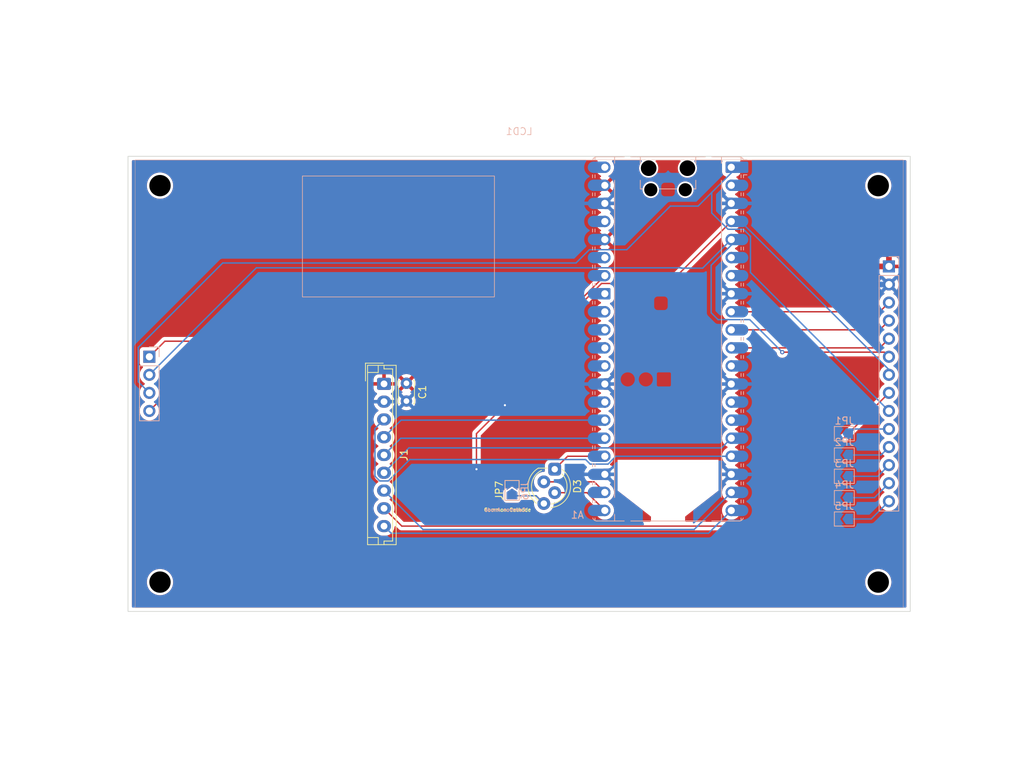
<source format=kicad_pcb>
(kicad_pcb (version 20241229) (generator "pcbnew") (generator_version "9.0")
  (layers (0 "F.Cu" signal) (2 "B.Cu" signal) (13 "F.Paste" user) (15 "B.Paste" user) (5 "F.SilkS" user "F.Silkscreen") (7 "B.SilkS" user "B.Silkscreen") (1 "F.Mask" user) (3 "B.Mask" user) (25 "Edge.Cuts" user))
  (net 0 "")
  (net 1 "SPI 1 SCK")
  (net 2 "SPI 1 SS SD")
  (net 4 "SPI 1 SS SCREEN")
  (net 6 "SPI 1 MISO")
  (net 7 "3V3")
  (net 9 "BUSY_B")
  (net 10 "SPI 0 SCK")
  (net 12 "GND")
  (net 13 "BUSY_A")
  (net 14 "SPI 0 nSS")
  (net 15 "SPI 0 MOSI")
  (net 16 "Net-(JP1-A)")
  (net 17 "Net-(JP2-A)")
  (net 18 "SPI 1 MOSI")
  (net 19 "SPI 0 MISO")
  (net 20 "DC")
  (net 21 "Backlight")
  (net 22 "nRESET")
  (net 23 "Net-(JP3-A)")
  (net 24 "Net-(JP4-A)")
  (net 25 "Net-(JP5-A)")
  (net 35 "Blue")
  (net 36 "Green")
  (net 37 "Net-(D3-A)")
  (net 38 "Red")
  (footprint "LED_THT:LED_D5.0mm-4_RGB_Staggered_Pins" (layer "F.Cu") (at 113 99 -90)
    (property "Reference" "D3" (at 2.413 -3.198 90) (layer "F.SilkS"))
    (property "Value" "LED_RGBA")
    (pad "1" thru_hole roundrect (at 0 0 270) (size 1.8 1.8) (drill 0.9) (layers "*.Cu" "*.Mask") (net 38 "Red"))
    (pad "2" thru_hole circle (at 1.778 1.524 270) (size 1.8 1.8) (drill 0.9) (layers "*.Cu" "*.Mask") (net 36 "Green"))
    (pad "3" thru_hole circle (at 3.302 0 270) (size 1.8 1.8) (drill 0.9) (layers "*.Cu" "*.Mask") (net 35 "Blue"))
    (pad "4" thru_hole circle (at 4.826 1.524 270) (size 1.8 1.8) (drill 0.9) (layers "*.Cu" "*.Mask") (net 37 "Net-(D3-A)"))
  )
  (footprint "Connector_JST:JST_EH_B9B-EH-A_1x09_P2.50mm_Vertical" (layer "F.Cu") (at 89 87 -90)
    (property "Reference" "J1" (at 10 -2.8 90) (layer "F.SilkS"))
    (property "Value" "JST EH 9pos")
    (pad "1" thru_hole roundrect (at 0 0 270) (size 1.7 1.95) (drill 0.95) (layers "*.Cu" "*.Mask") (roundrect_rratio 0.147059) (net 7 "3V3"))
    (pad "2" thru_hole oval (at 2.5 0 270) (size 1.7 1.95) (drill 0.95) (layers "*.Cu" "*.Mask") (net 12 "GND"))
    (pad "3" thru_hole oval (at 5 0 270) (size 1.7 1.95) (drill 0.95) (layers "*.Cu" "*.Mask") (net 14 "SPI 0 nSS"))
    (pad "4" thru_hole oval (at 7.5 0 270) (size 1.7 1.95) (drill 0.95) (layers "*.Cu" "*.Mask") (net 13 "BUSY_A"))
    (pad "5" thru_hole oval (at 10 0 270) (size 1.7 1.95) (drill 0.95) (layers "*.Cu" "*.Mask") (net 9 "BUSY_B"))
    (pad "6" thru_hole oval (at 12.5 0 270) (size 1.7 1.95) (drill 0.95) (layers "*.Cu" "*.Mask") (net 15 "SPI 0 MOSI"))
    (pad "7" thru_hole oval (at 15 0 270) (size 1.7 1.95) (drill 0.95) (layers "*.Cu" "*.Mask") (net 10 "SPI 0 SCK"))
    (pad "8" thru_hole oval (at 17.5 0 270) (size 1.7 1.95) (drill 0.95) (layers "*.Cu" "*.Mask") (net 21 "Backlight"))
    (pad "9" thru_hole oval (at 20 0 270) (size 1.7 1.95) (drill 0.95) (layers "*.Cu" "*.Mask") (net 19 "SPI 0 MISO"))
  )
  (footprint "Capacitor_THT:C_Disc_D3.0mm_W2.0mm_P2.50mm" (layer "F.Cu") (at 92.153439 86.915584 -90)
    (property "Reference" "C1" (at 1.25 -2.25 90) (layer "F.SilkS"))
    (property "Value" "10u")
    (pad "1" thru_hole circle (at 0 0 270) (size 1.6 1.6) (drill 0.8) (layers "*.Cu" "*.Mask") (net 7 "3V3"))
    (pad "2" thru_hole circle (at 2.5 0 270) (size 1.6 1.6) (drill 0.8) (layers "*.Cu" "*.Mask") (net 12 "GND"))
  )
  (footprint "Jumper:SolderJumper-2_P1.3mm_Open_TrianglePad1.0x1.5mm" (layer "F.Cu") (at 107 102 90)
    (property "Reference" "JP7" (at 0 -1.8 90) (layer "F.SilkS"))
    (property "Value" "SolderJumper_2_Open")
    (pad "1" smd custom (at -0.725 0 90) (size 0.3 0.3) (layers "F.Cu" "F.Mask") (net 37 "Net-(D3-A)") (options (clearance outline) (anchor rect)) (primitives (gr_poly (pts (xy 1 0) (xy 0.5 0.75) (xy -0.5 0.75) (xy -0.5 -0.75) (xy 0.5 -0.75)) (width 0) (fill yes))))
    (pad "2" smd custom (at 0.725 0 90) (size 0.3 0.3) (layers "F.Cu" "F.Mask") (net 7 "3V3") (options (clearance outline) (anchor rect)) (primitives (gr_poly (pts (xy 0.5 0.75) (xy -0.65 0.75) (xy -0.15 0) (xy -0.65 -0.75) (xy 0.5 -0.75)) (width 0) (fill yes))))
  )
  (footprint "Jumper:SolderJumper-2_P1.3mm_Open_TrianglePad1.0x1.5mm" (layer "B.Cu") (at 153.725 94 180)
    (property "Reference" "JP1" (at 0 1.8 180) (layer "B.SilkS") (effects (justify mirror)))
    (property "Value" "SolderJumper_2_Open")
    (pad "1" smd custom (at -0.725 0 180) (size 0.3 0.3) (layers "B.Cu" "B.Mask") (net 16 "Net-(JP1-A)") (options (clearance outline) (anchor rect)) (primitives (gr_poly (pts (xy 1 0) (xy 0.5 -0.75) (xy -0.5 -0.75) (xy -0.5 0.75) (xy 0.5 0.75)) (width 0) (fill yes))))
    (pad "2" smd custom (at 0.725 0 180) (size 0.3 0.3) (layers "B.Cu" "B.Mask") (net 12 "GND") (options (clearance outline) (anchor rect)) (primitives (gr_poly (pts (xy 0.5 -0.75) (xy -0.65 -0.75) (xy -0.15 0) (xy -0.65 0.75) (xy 0.5 0.75)) (width 0) (fill yes))))
  )
  (footprint "Module:RaspberryPi_Pico_Common_Unspecified" (layer "B.Cu") (at 128.938453 80.6708 180)
    (property "Reference" "A1" (at 11.7475 -24.765 0) (layer "B.SilkS") (effects (justify left mirror)))
    (property "Value" "RaspberryPi_Pico")
    (pad "" np_thru_hole circle (at -2.725 24 180) (size 2.2 2.2) (drill 2.2) (layers "*.Mask"))
    (pad "" np_thru_hole circle (at -2.425 20.97 180) (size 1.85 1.85) (drill 1.85) (layers "*.Mask"))
    (pad "" np_thru_hole circle (at 2.425 20.97 180) (size 1.85 1.85) (drill 1.85) (layers "*.Mask"))
    (pad "" np_thru_hole circle (at 2.725 24 180) (size 2.2 2.2) (drill 2.2) (layers "*.Mask"))
    (pad "1" smd custom (at -9.69 24.13 180) (size 1.6 0.8) (layers "B.Cu" "B.Mask") (net 6 "SPI 1 MISO") (options (clearance outline) (anchor rect)) (primitives (gr_circle (center 0.8 0) (end 1.6 0) (width 0) (fill yes)) (gr_poly (pts (xy -1.6 0.6) (xy -1.6 -0.6) (xy -1.4 -0.8) (xy 0.8 -0.8) (xy 0.8 0.8) (xy -1.4 0.8)) (width 0) (fill yes)) (gr_circle (center -1.4 0.6) (end -1.2 0.6) (width 0) (fill yes)) (gr_circle (center -1.4 -0.6) (end -1.2 -0.6) (width 0) (fill yes))))
    (pad "1" thru_hole roundrect (at -8.89 24.13 180) (size 1.6 1.6) (drill 1) (layers "*.Cu" "*.Mask") (roundrect_rratio 0.125) (net 6 "SPI 1 MISO"))
    (pad "2" smd roundrect (at -9.69 21.59 180) (size 3.2 1.6) (layers "B.Cu" "B.Mask") (roundrect_rratio 0.5))
    (pad "2" thru_hole circle (at -8.89 21.59 180) (size 1.6 1.6) (drill 1) (layers "*.Cu" "*.Mask"))
    (pad "3" smd custom (at -9.69 19.05 180) (size 1.6 0.8) (layers "B.Cu" "B.Mask") (net 12 "GND") (options (clearance outline) (anchor rect)) (primitives (gr_circle (center -0.8 0) (end 0 0) (width 0) (fill yes)) (gr_poly (pts (xy 1.6 0.6) (xy 1.6 -0.6) (xy 1.4 -0.8) (xy -0.8 -0.8) (xy -0.8 0.8) (xy 1.4 0.8)) (width 0) (fill yes)) (gr_circle (center 1.4 0.6) (end 1.6 0.6) (width 0) (fill yes)) (gr_circle (center 1.4 -0.6) (end 1.6 -0.6) (width 0) (fill yes))))
    (pad "3" thru_hole custom (at -8.89 19.05 180) (size 1.6 1.6) (drill 1) (layers "*.Cu" "*.Mask") (net 12 "GND") (options (clearance outline) (anchor circle)) (primitives (gr_poly (pts (xy 0.8 -0.6) (xy 0.8 0.6) (xy 0.6 0.8) (xy 0 0.8) (xy 0 -0.8) (xy 0.6 -0.8)) (width 0) (fill yes)) (gr_circle (center 0.6 -0.6) (end 0.8 -0.6) (width 0) (fill yes)) (gr_circle (center 0.6 0.6) (end 0.8 0.6) (width 0) (fill yes))))
    (pad "4" smd roundrect (at -9.69 16.51 180) (size 3.2 1.6) (layers "B.Cu" "B.Mask") (roundrect_rratio 0.5) (net 1 "SPI 1 SCK"))
    (pad "4" thru_hole circle (at -8.89 16.51 180) (size 1.6 1.6) (drill 1) (layers "*.Cu" "*.Mask") (net 1 "SPI 1 SCK"))
    (pad "5" smd roundrect (at -9.69 13.97 180) (size 3.2 1.6) (layers "B.Cu" "B.Mask") (roundrect_rratio 0.5) (net 18 "SPI 1 MOSI"))
    (pad "5" thru_hole circle (at -8.89 13.97 180) (size 1.6 1.6) (drill 1) (layers "*.Cu" "*.Mask") (net 18 "SPI 1 MOSI"))
    (pad "6" smd roundrect (at -9.69 11.43 180) (size 3.2 1.6) (layers "B.Cu" "B.Mask") (roundrect_rratio 0.5))
    (pad "6" thru_hole circle (at -8.89 11.43 180) (size 1.6 1.6) (drill 1) (layers "*.Cu" "*.Mask"))
    (pad "7" smd roundrect (at -9.69 8.89 180) (size 3.2 1.6) (layers "B.Cu" "B.Mask") (roundrect_rratio 0.5))
    (pad "7" thru_hole circle (at -8.89 8.89 180) (size 1.6 1.6) (drill 1) (layers "*.Cu" "*.Mask"))
    (pad "8" smd custom (at -9.69 6.35 180) (size 1.6 0.8) (layers "B.Cu" "B.Mask") (net 12 "GND") (options (clearance outline) (anchor rect)) (primitives (gr_circle (center -0.8 0) (end 0 0) (width 0) (fill yes)) (gr_poly (pts (xy 1.6 0.6) (xy 1.6 -0.6) (xy 1.4 -0.8) (xy -0.8 -0.8) (xy -0.8 0.8) (xy 1.4 0.8)) (width 0) (fill yes)) (gr_circle (center 1.4 0.6) (end 1.6 0.6) (width 0) (fill yes)) (gr_circle (center 1.4 -0.6) (end 1.6 -0.6) (width 0) (fill yes))))
    (pad "8" thru_hole custom (at -8.89 6.35 180) (size 1.6 1.6) (drill 1) (layers "*.Cu" "*.Mask") (net 12 "GND") (options (clearance outline) (anchor circle)) (primitives (gr_poly (pts (xy 0.8 -0.6) (xy 0.8 0.6) (xy 0.6 0.8) (xy 0 0.8) (xy 0 -0.8) (xy 0.6 -0.8)) (width 0) (fill yes)) (gr_circle (center 0.6 -0.6) (end 0.8 -0.6) (width 0) (fill yes)) (gr_circle (center 0.6 0.6) (end 0.8 0.6) (width 0) (fill yes))))
    (pad "9" smd roundrect (at -9.69 3.81 180) (size 3.2 1.6) (layers "B.Cu" "B.Mask") (roundrect_rratio 0.5) (net 4 "SPI 1 SS SCREEN"))
    (pad "9" thru_hole circle (at -8.89 3.81 180) (size 1.6 1.6) (drill 1) (layers "*.Cu" "*.Mask") (net 4 "SPI 1 SS SCREEN"))
    (pad "10" smd roundrect (at -9.69 1.27 180) (size 3.2 1.6) (layers "B.Cu" "B.Mask") (roundrect_rratio 0.5) (net 22 "nRESET"))
    (pad "10" thru_hole circle (at -8.89 1.27 180) (size 1.6 1.6) (drill 1) (layers "*.Cu" "*.Mask") (net 22 "nRESET"))
    (pad "11" smd roundrect (at -9.69 -1.27 180) (size 3.2 1.6) (layers "B.Cu" "B.Mask") (roundrect_rratio 0.5) (net 20 "DC"))
    (pad "11" thru_hole circle (at -8.89 -1.27 180) (size 1.6 1.6) (drill 1) (layers "*.Cu" "*.Mask") (net 20 "DC"))
    (pad "12" smd roundrect (at -9.69 -3.81 180) (size 3.2 1.6) (layers "B.Cu" "B.Mask") (roundrect_rratio 0.5))
    (pad "12" thru_hole circle (at -8.89 -3.81 180) (size 1.6 1.6) (drill 1) (layers "*.Cu" "*.Mask"))
    (pad "13" smd custom (at -9.69 -6.35 180) (size 1.6 0.8) (layers "B.Cu" "B.Mask") (net 12 "GND") (options (clearance outline) (anchor rect)) (primitives (gr_circle (center -0.8 0) (end 0 0) (width 0) (fill yes)) (gr_poly (pts (xy 1.6 0.6) (xy 1.6 -0.6) (xy 1.4 -0.8) (xy -0.8 -0.8) (xy -0.8 0.8) (xy 1.4 0.8)) (width 0) (fill yes)) (gr_circle (center 1.4 0.6) (end 1.6 0.6) (width 0) (fill yes)) (gr_circle (center 1.4 -0.6) (end 1.6 -0.6) (width 0) (fill yes))))
    (pad "13" thru_hole custom (at -8.89 -6.35 180) (size 1.6 1.6) (drill 1) (layers "*.Cu" "*.Mask") (net 12 "GND") (options (clearance outline) (anchor circle)) (primitives (gr_poly (pts (xy 0.8 -0.6) (xy 0.8 0.6) (xy 0.6 0.8) (xy 0 0.8) (xy 0 -0.8) (xy 0.6 -0.8)) (width 0) (fill yes)) (gr_circle (center 0.6 -0.6) (end 0.8 -0.6) (width 0) (fill yes)) (gr_circle (center 0.6 0.6) (end 0.8 0.6) (width 0) (fill yes))))
    (pad "14" smd roundrect (at -9.69 -8.89 180) (size 3.2 1.6) (layers "B.Cu" "B.Mask") (roundrect_rratio 0.5))
    (pad "14" thru_hole circle (at -8.89 -8.89 180) (size 1.6 1.6) (drill 1) (layers "*.Cu" "*.Mask"))
    (pad "15" smd roundrect (at -9.69 -11.43 180) (size 3.2 1.6) (layers "B.Cu" "B.Mask") (roundrect_rratio 0.5))
    (pad "15" thru_hole circle (at -8.89 -11.43 180) (size 1.6 1.6) (drill 1) (layers "*.Cu" "*.Mask"))
    (pad "16" smd roundrect (at -9.69 -13.97 180) (size 3.2 1.6) (layers "B.Cu" "B.Mask") (roundrect_rratio 0.5) (net 15 "SPI 0 MOSI"))
    (pad "16" thru_hole circle (at -8.89 -13.97 180) (size 1.6 1.6) (drill 1) (layers "*.Cu" "*.Mask") (net 15 "SPI 0 MOSI"))
    (pad "17" smd roundrect (at -9.69 -16.51 180) (size 3.2 1.6) (layers "B.Cu" "B.Mask") (roundrect_rratio 0.5) (net 14 "SPI 0 nSS"))
    (pad "17" thru_hole circle (at -8.89 -16.51 180) (size 1.6 1.6) (drill 1) (layers "*.Cu" "*.Mask") (net 14 "SPI 0 nSS"))
    (pad "18" smd custom (at -9.69 -19.05 180) (size 1.6 0.8) (layers "B.Cu" "B.Mask") (net 12 "GND") (options (clearance outline) (anchor rect)) (primitives (gr_circle (center -0.8 0) (end 0 0) (width 0) (fill yes)) (gr_poly (pts (xy 1.6 0.6) (xy 1.6 -0.6) (xy 1.4 -0.8) (xy -0.8 -0.8) (xy -0.8 0.8) (xy 1.4 0.8)) (width 0) (fill yes)) (gr_circle (center 1.4 0.6) (end 1.6 0.6) (width 0) (fill yes)) (gr_circle (center 1.4 -0.6) (end 1.6 -0.6) (width 0) (fill yes))))
    (pad "18" thru_hole custom (at -8.89 -19.05 180) (size 1.6 1.6) (drill 1) (layers "*.Cu" "*.Mask") (net 12 "GND") (options (clearance outline) (anchor circle)) (primitives (gr_poly (pts (xy 0.8 -0.6) (xy 0.8 0.6) (xy 0.6 0.8) (xy 0 0.8) (xy 0 -0.8) (xy 0.6 -0.8)) (width 0) (fill yes)) (gr_circle (center 0.6 -0.6) (end 0.8 -0.6) (width 0) (fill yes)) (gr_circle (center 0.6 0.6) (end 0.8 0.6) (width 0) (fill yes))))
    (pad "19" smd roundrect (at -9.69 -21.59 180) (size 3.2 1.6) (layers "B.Cu" "B.Mask") (roundrect_rratio 0.5) (net 10 "SPI 0 SCK"))
    (pad "19" thru_hole circle (at -8.89 -21.59 180) (size 1.6 1.6) (drill 1) (layers "*.Cu" "*.Mask") (net 10 "SPI 0 SCK"))
    (pad "20" smd roundrect (at -9.69 -24.13 180) (size 3.2 1.6) (layers "B.Cu" "B.Mask") (roundrect_rratio 0.5) (net 19 "SPI 0 MISO"))
    (pad "20" thru_hole circle (at -8.89 -24.13 180) (size 1.6 1.6) (drill 1) (layers "*.Cu" "*.Mask") (net 19 "SPI 0 MISO"))
    (pad "21" thru_hole circle (at 8.89 -24.13 180) (size 1.6 1.6) (drill 1) (layers "*.Cu" "*.Mask") (net 35 "Blue"))
    (pad "21" smd roundrect (at 9.69 -24.13 180) (size 3.2 1.6) (layers "B.Cu" "B.Mask") (roundrect_rratio 0.5) (net 35 "Blue"))
    (pad "22" thru_hole circle (at 8.89 -21.59 180) (size 1.6 1.6) (drill 1) (layers "*.Cu" "*.Mask") (net 36 "Green"))
    (pad "22" smd roundrect (at 9.69 -21.59 180) (size 3.2 1.6) (layers "B.Cu" "B.Mask") (roundrect_rratio 0.5) (net 36 "Green"))
    (pad "23" thru_hole custom (at 8.89 -19.05 180) (size 1.6 1.6) (drill 1) (layers "*.Cu" "*.Mask") (net 12 "GND") (options (clearance outline) (anchor circle)) (primitives (gr_poly (pts (xy -0.8 -0.6) (xy -0.8 0.6) (xy -0.6 0.8) (xy 0 0.8) (xy 0 -0.8) (xy -0.6 -0.8)) (width 0) (fill yes)) (gr_circle (center -0.6 -0.6) (end -0.4 -0.6) (width 0) (fill yes)) (gr_circle (center -0.6 0.6) (end -0.4 0.6) (width 0) (fill yes))))
    (pad "23" smd custom (at 9.69 -19.05 180) (size 1.6 0.8) (layers "B.Cu" "B.Mask") (net 12 "GND") (options (clearance outline) (anchor rect)) (primitives (gr_circle (center 0.8 0) (end 1.6 0) (width 0) (fill yes)) (gr_poly (pts (xy -1.6 0.6) (xy -1.6 -0.6) (xy -1.4 -0.8) (xy 0.8 -0.8) (xy 0.8 0.8) (xy -1.4 0.8)) (width 0) (fill yes)) (gr_circle (center -1.4 0.6) (end -1.2 0.6) (width 0) (fill yes)) (gr_circle (center -1.4 -0.6) (end -1.2 -0.6) (width 0) (fill yes))))
    (pad "24" thru_hole circle (at 8.89 -16.51 180) (size 1.6 1.6) (drill 1) (layers "*.Cu" "*.Mask") (net 38 "Red"))
    (pad "24" smd roundrect (at 9.69 -16.51 180) (size 3.2 1.6) (layers "B.Cu" "B.Mask") (roundrect_rratio 0.5) (net 38 "Red"))
    (pad "25" thru_hole circle (at 8.89 -13.97 180) (size 1.6 1.6) (drill 1) (layers "*.Cu" "*.Mask") (net 9 "BUSY_B"))
    (pad "25" smd roundrect (at 9.69 -13.97 180) (size 3.2 1.6) (layers "B.Cu" "B.Mask") (roundrect_rratio 0.5) (net 9 "BUSY_B"))
    (pad "26" thru_hole circle (at 8.89 -11.43 180) (size 1.6 1.6) (drill 1) (layers "*.Cu" "*.Mask") (net 13 "BUSY_A"))
    (pad "26" smd roundrect (at 9.69 -11.43 180) (size 3.2 1.6) (layers "B.Cu" "B.Mask") (roundrect_rratio 0.5) (net 13 "BUSY_A"))
    (pad "27" thru_hole circle (at 8.89 -8.89 180) (size 1.6 1.6) (drill 1) (layers "*.Cu" "*.Mask"))
    (pad "27" smd roundrect (at 9.69 -8.89 180) (size 3.2 1.6) (layers "B.Cu" "B.Mask") (roundrect_rratio 0.5))
    (pad "28" thru_hole custom (at 8.89 -6.35 180) (size 1.6 1.6) (drill 1) (layers "*.Cu" "*.Mask") (net 12 "GND") (options (clearance outline) (anchor circle)) (primitives (gr_poly (pts (xy -0.8 -0.6) (xy -0.8 0.6) (xy -0.6 0.8) (xy 0 0.8) (xy 0 -0.8) (xy -0.6 -0.8)) (width 0) (fill yes)) (gr_circle (center -0.6 -0.6) (end -0.4 -0.6) (width 0) (fill yes)) (gr_circle (center -0.6 0.6) (end -0.4 0.6) (width 0) (fill yes))))
    (pad "28" smd custom (at 9.69 -6.35 180) (size 1.6 0.8) (layers "B.Cu" "B.Mask") (net 12 "GND") (options (clearance outline) (anchor rect)) (primitives (gr_circle (center 0.8 0) (end 1.6 0) (width 0) (fill yes)) (gr_poly (pts (xy -1.6 0.6) (xy -1.6 -0.6) (xy -1.4 -0.8) (xy 0.8 -0.8) (xy 0.8 0.8) (xy -1.4 0.8)) (width 0) (fill yes)) (gr_circle (center -1.4 0.6) (end -1.2 0.6) (width 0) (fill yes)) (gr_circle (center -1.4 -0.6) (end -1.2 -0.6) (width 0) (fill yes))))
    (pad "29" thru_hole circle (at 8.89 -3.81 180) (size 1.6 1.6) (drill 1) (layers "*.Cu" "*.Mask"))
    (pad "29" smd roundrect (at 9.69 -3.81 180) (size 3.2 1.6) (layers "B.Cu" "B.Mask") (roundrect_rratio 0.5))
    (pad "30" thru_hole circle (at 8.89 -1.27 180) (size 1.6 1.6) (drill 1) (layers "*.Cu" "*.Mask"))
    (pad "30" smd roundrect (at 9.69 -1.27 180) (size 3.2 1.6) (layers "B.Cu" "B.Mask") (roundrect_rratio 0.5))
    (pad "31" thru_hole circle (at 8.89 1.27 180) (size 1.6 1.6) (drill 1) (layers "*.Cu" "*.Mask"))
    (pad "31" smd roundrect (at 9.69 1.27 180) (size 3.2 1.6) (layers "B.Cu" "B.Mask") (roundrect_rratio 0.5))
    (pad "32" thru_hole circle (at 8.89 3.81 180) (size 1.6 1.6) (drill 1) (layers "*.Cu" "*.Mask"))
    (pad "32" smd roundrect (at 9.69 3.81 180) (size 3.2 1.6) (layers "B.Cu" "B.Mask") (roundrect_rratio 0.5))
    (pad "33" thru_hole custom (at 8.89 6.35 180) (size 1.6 1.6) (drill 1) (layers "*.Cu" "*.Mask") (options (clearance outline) (anchor circle)) (primitives (gr_poly (pts (xy -0.8 -0.6) (xy -0.8 0.6) (xy -0.6 0.8) (xy 0 0.8) (xy 0 -0.8) (xy -0.6 -0.8)) (width 0) (fill yes)) (gr_circle (center -0.6 -0.6) (end -0.4 -0.6) (width 0) (fill yes)) (gr_circle (center -0.6 0.6) (end -0.4 0.6) (width 0) (fill yes))))
    (pad "33" smd custom (at 9.69 6.35 180) (size 1.6 0.8) (layers "B.Cu" "B.Mask") (options (clearance outline) (anchor rect)) (primitives (gr_circle (center 0.8 0) (end 1.6 0) (width 0) (fill yes)) (gr_poly (pts (xy -1.6 0.6) (xy -1.6 -0.6) (xy -1.4 -0.8) (xy 0.8 -0.8) (xy 0.8 0.8) (xy -1.4 0.8)) (width 0) (fill yes)) (gr_circle (center -1.4 0.6) (end -1.2 0.6) (width 0) (fill yes)) (gr_circle (center -1.4 -0.6) (end -1.2 -0.6) (width 0) (fill yes))))
    (pad "34" thru_hole circle (at 8.89 8.89 180) (size 1.6 1.6) (drill 1) (layers "*.Cu" "*.Mask") (net 2 "SPI 1 SS SD"))
    (pad "34" smd roundrect (at 9.69 8.89 180) (size 3.2 1.6) (layers "B.Cu" "B.Mask") (roundrect_rratio 0.5) (net 2 "SPI 1 SS SD"))
    (pad "35" thru_hole circle (at 8.89 11.43 180) (size 1.6 1.6) (drill 1) (layers "*.Cu" "*.Mask"))
    (pad "35" smd roundrect (at 9.69 11.43 180) (size 3.2 1.6) (layers "B.Cu" "B.Mask") (roundrect_rratio 0.5))
    (pad "36" thru_hole circle (at 8.89 13.97 180) (size 1.6 1.6) (drill 1) (layers "*.Cu" "*.Mask") (net 7 "3V3"))
    (pad "36" smd roundrect (at 9.69 13.97 180) (size 3.2 1.6) (layers "B.Cu" "B.Mask") (roundrect_rratio 0.5) (net 7 "3V3"))
    (pad "37" thru_hole circle (at 8.89 16.51 180) (size 1.6 1.6) (drill 1) (layers "*.Cu" "*.Mask"))
    (pad "37" smd roundrect (at 9.69 16.51 180) (size 3.2 1.6) (layers "B.Cu" "B.Mask") (roundrect_rratio 0.5))
    (pad "38" thru_hole custom (at 8.89 19.05 180) (size 1.6 1.6) (drill 1) (layers "*.Cu" "*.Mask") (net 12 "GND") (options (clearance outline) (anchor circle)) (primitives (gr_poly (pts (xy -0.8 -0.6) (xy -0.8 0.6) (xy -0.6 0.8) (xy 0 0.8) (xy 0 -0.8) (xy -0.6 -0.8)) (width 0) (fill yes)) (gr_circle (center -0.6 -0.6) (end -0.4 -0.6) (width 0) (fill yes)) (gr_circle (center -0.6 0.6) (end -0.4 0.6) (width 0) (fill yes))))
    (pad "38" smd custom (at 9.69 19.05 180) (size 1.6 0.8) (layers "B.Cu" "B.Mask") (net 12 "GND") (options (clearance outline) (anchor rect)) (primitives (gr_circle (center 0.8 0) (end 1.6 0) (width 0) (fill yes)) (gr_poly (pts (xy -1.6 0.6) (xy -1.6 -0.6) (xy -1.4 -0.8) (xy 0.8 -0.8) (xy 0.8 0.8) (xy -1.4 0.8)) (width 0) (fill yes)) (gr_circle (center -1.4 0.6) (end -1.2 0.6) (width 0) (fill yes)) (gr_circle (center -1.4 -0.6) (end -1.2 -0.6) (width 0) (fill yes))))
    (pad "39" thru_hole circle (at 8.89 21.59 180) (size 1.6 1.6) (drill 1) (layers "*.Cu" "*.Mask") (net 7 "3V3"))
    (pad "39" smd roundrect (at 9.69 21.59 180) (size 3.2 1.6) (layers "B.Cu" "B.Mask") (roundrect_rratio 0.5) (net 7 "3V3"))
    (pad "40" thru_hole circle (at 8.89 24.13 180) (size 1.6 1.6) (drill 1) (layers "*.Cu" "*.Mask"))
    (pad "40" smd roundrect (at 9.69 24.13 180) (size 3.2 1.6) (layers "B.Cu" "B.Mask") (roundrect_rratio 0.5))
    (zone (net 0) (net_name "") (layers "F.Cu" "B.Cu" "F.Paste" "B.Paste") (name "Antenna Copper Keep Out") (connect_pads (clearance 0)) (min_thickness 0.254)
      (keepout (tracks not_allowed) (vias not_allowed) (pads not_allowed) (copperpour not_allowed) (footprints allowed))
      (fill (thermal_gap 0.508) (thermal_bridge_width 0.508))
      (polygon (pts (xy 131.338453 105.660695) (xy 136.038453 102.010695) (xy 136.038453 97.6708) (xy 121.838453 97.6708) (xy 121.838453 102.010695) (xy 126.538453 105.660695) (xy 126.538453 106.6708) (xy 131.338453 106.6708)))
    )
    (zone (net 0) (net_name "") (layers "B.Cu" "B.Paste") (name "Pad Keep Out D1-W") (connect_pads (clearance 0)) (min_thickness 0.25)
      (keepout (tracks not_allowed) (vias not_allowed) (pads not_allowed) (copperpour not_allowed) (footprints allowed))
      (fill (thermal_gap 0.5) (thermal_bridge_width 0.5))
      (polygon (pts (xy 127.566953 87.3582) (xy 128.354353 87.3582) (xy 128.354353 85.3834) (xy 127.566953 85.3834) (xy 127.527553 85.385322) (xy 127.454751 85.415477) (xy 127.39903 85.471198) (xy 127.368875 85.544) (xy 127.366953 85.5834) (xy 127.366953 87.1582) (xy 127.368875 87.1976) (xy 127.39903 87.270402) (xy 127.454751 87.326123) (xy 127.527553 87.356278)))
    )
    (zone (net 0) (net_name "") (layers "B.Cu" "B.Paste") (name "Pad Keep Out D1-W") (connect_pads (clearance 0)) (min_thickness 0.25)
      (keepout (tracks not_allowed) (vias not_allowed) (pads not_allowed) (copperpour not_allowed) (footprints allowed))
      (fill (thermal_gap 0.5) (thermal_bridge_width 0.5))
      (polygon (pts (xy 129.309675 85.471198) (xy 129.253955 85.415478) (xy 129.181153 85.385322) (xy 129.141753 85.3834) (xy 128.354353 85.3834) (xy 128.354353 87.3582) (xy 129.141753 87.3582) (xy 129.181153 87.356278) (xy 129.253955 87.326122) (xy 129.309675 87.270402) (xy 129.339831 87.1976) (xy 129.341753 87.1582) (xy 129.341753 85.5834) (xy 129.339831 85.544)))
    )
    (zone (net 0) (net_name "") (layers "B.Cu" "B.Paste") (name "Pad Keep Out TP2") (connect_pads (clearance 0)) (min_thickness 0.25)
      (keepout (tracks not_allowed) (vias not_allowed) (pads not_allowed) (copperpour not_allowed) (footprints allowed))
      (fill (thermal_gap 0.5) (thermal_bridge_width 0.5))
      (polygon (pts (xy 127.938453 57.3358) (xy 127.488453 57.3358) (xy 127.422908 57.333661) (xy 127.296286 57.299733) (xy 127.182759 57.234188) (xy 127.090065 57.141494) (xy 127.02452 57.027967) (xy 126.990592 56.901345) (xy 126.988453 56.8358) (xy 126.988453 55.9358) (xy 126.990592 55.870255) (xy 127.02452 55.743633) (xy 127.090065 55.630106) (xy 127.182759 55.537412) (xy 127.296286 55.471867) (xy 127.422908 55.437939) (xy 127.488453 55.4358) (xy 127.938453 55.4358)))
    )
    (zone (net 0) (net_name "") (layers "B.Cu" "B.Paste") (name "Pad Keep Out TP7") (connect_pads (clearance 0)) (min_thickness 0.25)
      (keepout (tracks not_allowed) (vias not_allowed) (pads not_allowed) (copperpour not_allowed) (footprints allowed))
      (fill (thermal_gap 0.5) (thermal_bridge_width 0.5))
      (polygon (pts (xy 127.938453 76.6208) (xy 127.488453 76.6208) (xy 127.422908 76.618661) (xy 127.296286 76.584733) (xy 127.182759 76.519188) (xy 127.090065 76.426494) (xy 127.02452 76.312967) (xy 126.990592 76.186345) (xy 126.988453 76.1208) (xy 126.988453 75.2208) (xy 126.990592 75.155255) (xy 127.02452 75.028633) (xy 127.090065 74.915106) (xy 127.182759 74.822412) (xy 127.296286 74.756867) (xy 127.422908 74.722939) (xy 127.488453 74.7208) (xy 127.938453 74.7208)))
    )
    (zone (net 0) (net_name "") (layers "B.Cu" "B.Paste") (name "Pad Keep Out TP2") (connect_pads (clearance 0)) (min_thickness 0.25)
      (keepout (tracks not_allowed) (vias not_allowed) (pads not_allowed) (copperpour not_allowed) (footprints allowed))
      (fill (thermal_gap 0.5) (thermal_bridge_width 0.5))
      (polygon (pts (xy 128.886314 55.870255) (xy 128.852385 55.743633) (xy 128.786841 55.630106) (xy 128.694147 55.537412) (xy 128.58062 55.471868) (xy 128.453998 55.437939) (xy 128.388453 55.4358) (xy 127.938453 55.4358) (xy 127.938453 57.3358) (xy 128.388453 57.3358) (xy 128.453998 57.333661) (xy 128.58062 57.299732) (xy 128.694147 57.234188) (xy 128.786841 57.141494) (xy 128.852385 57.027967) (xy 128.886314 56.901345) (xy 128.888453 56.8358) (xy 128.888453 55.9358)))
    )
    (zone (net 0) (net_name "") (layers "B.Cu" "B.Paste") (name "Pad Keep Out TP7") (connect_pads (clearance 0)) (min_thickness 0.25)
      (keepout (tracks not_allowed) (vias not_allowed) (pads not_allowed) (copperpour not_allowed) (footprints allowed))
      (fill (thermal_gap 0.5) (thermal_bridge_width 0.5))
      (polygon (pts (xy 128.886314 75.155255) (xy 128.852385 75.028633) (xy 128.786841 74.915106) (xy 128.694147 74.822412) (xy 128.58062 74.756868) (xy 128.453998 74.722939) (xy 128.388453 74.7208) (xy 127.938453 74.7208) (xy 127.938453 76.6208) (xy 128.388453 76.6208) (xy 128.453998 76.618661) (xy 128.58062 76.584732) (xy 128.694147 76.519188) (xy 128.786841 76.426494) (xy 128.852385 76.312967) (xy 128.886314 76.186345) (xy 128.888453 76.1208) (xy 128.888453 75.2208)))
    )
    (zone (net 0) (net_name "") (layers "B.Cu" "B.Paste") (name "Pad Keep Out TP1") (connect_pads (clearance 0)) (min_thickness 0.25)
      (keepout (tracks not_allowed) (vias not_allowed) (pads not_allowed) (copperpour not_allowed) (footprints allowed))
      (fill (thermal_gap 0.5) (thermal_bridge_width 0.5))
      (polygon (pts (xy 128.938453 60.6208) (xy 128.488453 60.6208) (xy 128.422908 60.618661) (xy 128.296286 60.584733) (xy 128.182759 60.519188) (xy 128.090065 60.426494) (xy 128.02452 60.312967) (xy 127.990592 60.186345) (xy 127.988453 60.1208) (xy 127.988453 59.2208) (xy 127.990592 59.155255) (xy 128.02452 59.028633) (xy 128.090065 58.915106) (xy 128.182759 58.822412) (xy 128.296286 58.756867) (xy 128.422908 58.722939) (xy 128.488453 58.7208) (xy 128.938453 58.7208)))
    )
    (zone (net 0) (net_name "") (layers "B.Cu" "B.Paste") (name "Pad Keep Out TP1") (connect_pads (clearance 0)) (min_thickness 0.25)
      (keepout (tracks not_allowed) (vias not_allowed) (pads not_allowed) (copperpour not_allowed) (footprints allowed))
      (fill (thermal_gap 0.5) (thermal_bridge_width 0.5))
      (polygon (pts (xy 129.886314 59.155255) (xy 129.852385 59.028633) (xy 129.786841 58.915106) (xy 129.694147 58.822412) (xy 129.58062 58.756868) (xy 129.453998 58.722939) (xy 129.388453 58.7208) (xy 128.938453 58.7208) (xy 128.938453 60.6208) (xy 129.388453 60.6208) (xy 129.453998 60.618661) (xy 129.58062 60.584732) (xy 129.694147 60.519188) (xy 129.786841 60.426494) (xy 129.852385 60.312967) (xy 129.886314 60.186345) (xy 129.888453 60.1208) (xy 129.888453 59.2208)))
    )
    (zone (net 0) (net_name "") (layers "B.Cu" "B.Paste") (name "Pad Keep Out TP3") (connect_pads (clearance 0)) (min_thickness 0.25)
      (keepout (tracks not_allowed) (vias not_allowed) (pads not_allowed) (copperpour not_allowed) (footprints allowed))
      (fill (thermal_gap 0.5) (thermal_bridge_width 0.5))
      (polygon (pts (xy 129.938453 57.3208) (xy 129.488453 57.3208) (xy 129.422908 57.318661) (xy 129.296286 57.284733) (xy 129.182759 57.219188) (xy 129.090065 57.126494) (xy 129.02452 57.012967) (xy 128.990592 56.886345) (xy 128.988453 56.8208) (xy 128.988453 55.9208) (xy 128.990592 55.855255) (xy 129.02452 55.728633) (xy 129.090065 55.615106) (xy 129.182759 55.522412) (xy 129.296286 55.456867) (xy 129.422908 55.422939) (xy 129.488453 55.4208) (xy 129.938453 55.4208)))
    )
    (zone (net 0) (net_name "") (layers "B.Cu" "B.Paste") (name "Pad Keep Out TP4") (connect_pads (clearance 0)) (min_thickness 0.25)
      (keepout (tracks not_allowed) (vias not_allowed) (pads not_allowed) (copperpour not_allowed) (footprints allowed))
      (fill (thermal_gap 0.5) (thermal_bridge_width 0.5))
      (polygon (pts (xy 130.488453 66.4208) (xy 130.488453 62.7208) (xy 130.490592 62.655255) (xy 130.52452 62.528633) (xy 130.590065 62.415106) (xy 130.682759 62.322412) (xy 130.796286 62.256867) (xy 130.922908 62.222939) (xy 130.988453 62.2208) (xy 131.888453 62.2208) (xy 131.953998 62.222939) (xy 132.08062 62.256867) (xy 132.194147 62.322412) (xy 132.286841 62.415106) (xy 132.352386 62.528633) (xy 132.386314 62.655255) (xy 132.388453 62.7208) (xy 132.388453 66.4208)))
    )
    (zone (net 0) (net_name "") (layers "B.Cu" "B.Paste") (name "Pad Keep Out TP3") (connect_pads (clearance 0)) (min_thickness 0.25)
      (keepout (tracks not_allowed) (vias not_allowed) (pads not_allowed) (copperpour not_allowed) (footprints allowed))
      (fill (thermal_gap 0.5) (thermal_bridge_width 0.5))
      (polygon (pts (xy 130.886314 55.855255) (xy 130.852385 55.728633) (xy 130.786841 55.615106) (xy 130.694147 55.522412) (xy 130.58062 55.456868) (xy 130.453998 55.422939) (xy 130.388453 55.4208) (xy 129.938453 55.4208) (xy 129.938453 57.3208) (xy 130.388453 57.3208) (xy 130.453998 57.318661) (xy 130.58062 57.284732) (xy 130.694147 57.219188) (xy 130.786841 57.126494) (xy 130.852385 57.012967) (xy 130.886314 56.886345) (xy 130.888453 56.8208) (xy 130.888453 55.9208)))
    )
    (zone (net 0) (net_name "") (layers "B.Cu" "B.Paste") (name "Pad Keep Out TP6") (connect_pads (clearance 0)) (min_thickness 0.25)
      (keepout (tracks not_allowed) (vias not_allowed) (pads not_allowed) (copperpour not_allowed) (footprints allowed))
      (fill (thermal_gap 0.5) (thermal_bridge_width 0.5))
      (polygon (pts (xy 131.953998 70.618661) (xy 132.08062 70.584732) (xy 132.194147 70.519188) (xy 132.286841 70.426494) (xy 132.352385 70.312967) (xy 132.386314 70.186345) (xy 132.388453 70.1208) (xy 132.388453 66.4208) (xy 130.488453 66.4208) (xy 130.488453 70.1208) (xy 130.490592 70.186345) (xy 130.524521 70.312967) (xy 130.590065 70.426494) (xy 130.682759 70.519188) (xy 130.796286 70.584732) (xy 130.922908 70.618661) (xy 130.988453 70.6208) (xy 131.888453 70.6208)))
    )
    (zone (net 0) (net_name "") (layers "B.Cu" "B.Paste") (name "Pad Keep Out D2") (connect_pads (clearance 0)) (min_thickness 0.25)
      (keepout (tracks not_allowed) (vias not_allowed) (pads not_allowed) (copperpour not_allowed) (footprints allowed))
      (fill (thermal_gap 0.5) (thermal_bridge_width 0.5))
      (polygon (pts (xy 128.338453 103.5708) (xy 128.275489 103.573262) (xy 128.155725 103.612176) (xy 128.053847 103.686194) (xy 127.979829 103.788072) (xy 127.940915 103.907836) (xy 127.938453 103.9708) (arc (start 127.938453 106.1708) (mid 128.231346 106.877907) (end 128.938453 107.1708)) (xy 128.938453 103.5708)))
    )
    (zone (net 0) (net_name "") (layers "B.Cu" "B.Paste") (name "Pad Keep Out D2") (connect_pads (clearance 0)) (min_thickness 0.25)
      (keepout (tracks not_allowed) (vias not_allowed) (pads not_allowed) (copperpour not_allowed) (footprints allowed))
      (fill (thermal_gap 0.5) (thermal_bridge_width 0.5))
      (polygon (pts (xy 129.538453 103.5708) (xy 128.938453 103.5708) (arc (start 128.938453 107.1708) (mid 129.64556 106.877907) (end 129.938453 106.1708)) (xy 129.938453 103.9708) (xy 129.93626 103.907794) (xy 129.89732 103.787948) (xy 129.823252 103.686001) (xy 129.721305 103.611933) (xy 129.601459 103.572993)))
    )
    (zone (net 0) (net_name "") (layers "B.Cu" "B.Paste") (name "Pad Keep Out D3-W") (connect_pads (clearance 0)) (min_thickness 0.254)
      (keepout (tracks not_allowed) (vias not_allowed) (pads not_allowed) (copperpour not_allowed) (footprints allowed))
      (fill (thermal_gap 0.508) (thermal_bridge_width 0.508))
      (polygon (pts (xy 122.282175 86.3708) (xy 122.301071 86.178085) (xy 122.357039 85.99271) (xy 122.447947 85.821737) (xy 122.570333 85.671677) (xy 122.719534 85.548247) (xy 122.889869 85.456148) (xy 123.074848 85.398887) (xy 123.267426 85.378646) (xy 123.460269 85.396196) (xy 123.646029 85.450869) (xy 123.817633 85.540581) (xy 123.968544 85.661916) (xy 124.093012 85.810252) (xy 124.186299 85.97994) (xy 124.24485 86.164515) (xy 124.266434 86.356947) (xy 124.250231 86.549907) (xy 124.196857 86.736045) (xy 124.108345 86.908271) (xy 123.988066 87.060025) (xy 123.840602 87.185526) (xy 123.671571 87.279995) (xy 123.487409 87.339833) (xy 123.295132 87.36276) (xy 123.102063 87.347905) (xy 122.915557 87.295831) (xy 122.742717 87.208524) (xy 122.590128 87.089307) (xy 122.4636 86.942723) (xy 122.367953 86.774355) (xy 122.306831 86.590616) (xy 122.282562 86.398503)))
    )
    (zone (net 0) (net_name "") (layers "B.Cu" "B.Paste") (name "Pad Keep Out D2-W") (connect_pads (clearance 0)) (min_thickness 0.254)
      (keepout (tracks not_allowed) (vias not_allowed) (pads not_allowed) (copperpour not_allowed) (footprints allowed))
      (fill (thermal_gap 0.508) (thermal_bridge_width 0.508))
      (polygon (pts (xy 124.822175 86.3708) (xy 124.841071 86.178085) (xy 124.897039 85.99271) (xy 124.987947 85.821737) (xy 125.110333 85.671677) (xy 125.259534 85.548247) (xy 125.429869 85.456148) (xy 125.614848 85.398887) (xy 125.807426 85.378646) (xy 126.000269 85.396196) (xy 126.186029 85.450869) (xy 126.357633 85.540581) (xy 126.508544 85.661916) (xy 126.633012 85.810252) (xy 126.726299 85.97994) (xy 126.78485 86.164515) (xy 126.806434 86.356947) (xy 126.790231 86.549907) (xy 126.736857 86.736045) (xy 126.648345 86.908271) (xy 126.528066 87.060025) (xy 126.380602 87.185526) (xy 126.211571 87.279995) (xy 126.027409 87.339833) (xy 125.835132 87.36276) (xy 125.642063 87.347905) (xy 125.455557 87.295831) (xy 125.282717 87.208524) (xy 125.130128 87.089307) (xy 125.0036 86.942723) (xy 124.907953 86.774355) (xy 124.846831 86.590616) (xy 124.822562 86.398503)))
    )
    (zone (net 0) (net_name "") (layers "B.Cu" "B.Paste") (name "Pad Keep Out D3") (connect_pads (clearance 0)) (min_thickness 0.25)
      (keepout (tracks not_allowed) (vias not_allowed) (pads not_allowed) (copperpour not_allowed) (footprints allowed))
      (fill (thermal_gap 0.5) (thermal_bridge_width 0.5))
      (polygon (pts (arc (start 126.398312 107.170725) (mid 125.691205 106.877832) (end 125.398312 106.170725)) (arc (start 125.398312 104.570725) (mid 125.691205 103.863618) (end 126.398312 103.570725))))
    )
    (zone (net 0) (net_name "") (layers "B.Cu" "B.Paste") (name "Pad Keep Out D3") (connect_pads (clearance 0)) (min_thickness 0.25)
      (keepout (tracks not_allowed) (vias not_allowed) (pads not_allowed) (copperpour not_allowed) (footprints allowed))
      (fill (thermal_gap 0.5) (thermal_bridge_width 0.5))
      (polygon (pts (arc (start 127.398312 106.170725) (mid 127.105419 106.877832) (end 126.398312 107.170725)) (arc (start 126.398312 103.570725) (mid 127.105419 103.863618) (end 127.398312 104.570725))))
    )
    (zone (net 0) (net_name "") (layers "B.Cu" "B.Paste") (name "Pad Keep Out D1") (connect_pads (clearance 0)) (min_thickness 0.25)
      (keepout (tracks not_allowed) (vias not_allowed) (pads not_allowed) (copperpour not_allowed) (footprints allowed))
      (fill (thermal_gap 0.5) (thermal_bridge_width 0.5))
      (polygon (pts (arc (start 131.478453 107.1708) (mid 130.771346 106.877907) (end 130.478453 106.1708)) (arc (start 130.478453 104.5708) (mid 130.771346 103.863693) (end 131.478453 103.5708))))
    )
    (zone (net 0) (net_name "") (layers "B.Cu" "B.Paste") (name "Pad Keep Out D1") (connect_pads (clearance 0)) (min_thickness 0.25)
      (keepout (tracks not_allowed) (vias not_allowed) (pads not_allowed) (copperpour not_allowed) (footprints allowed))
      (fill (thermal_gap 0.5) (thermal_bridge_width 0.5))
      (polygon (pts (arc (start 132.478453 106.1708) (mid 132.18556 106.877907) (end 131.478453 107.1708)) (arc (start 131.478453 103.5708) (mid 132.18556 103.863693) (end 132.478453 104.5708))))
    )
  )
  (footprint "Jumper:SolderJumper-2_P1.3mm_Open_TrianglePad1.0x1.5mm" (layer "B.Cu") (at 153.725 100 180)
    (property "Reference" "JP3" (at 0 1.8 180) (layer "B.SilkS") (effects (justify mirror)))
    (property "Value" "SolderJumper_2_Open")
    (pad "1" smd custom (at -0.725 0 180) (size 0.3 0.3) (layers "B.Cu" "B.Mask") (net 23 "Net-(JP3-A)") (options (clearance outline) (anchor rect)) (primitives (gr_poly (pts (xy 1 0) (xy 0.5 -0.75) (xy -0.5 -0.75) (xy -0.5 0.75) (xy 0.5 0.75)) (width 0) (fill yes))))
    (pad "2" smd custom (at 0.725 0 180) (size 0.3 0.3) (layers "B.Cu" "B.Mask") (net 12 "GND") (options (clearance outline) (anchor rect)) (primitives (gr_poly (pts (xy 0.5 -0.75) (xy -0.65 -0.75) (xy -0.15 0) (xy -0.65 0.75) (xy 0.5 0.75)) (width 0) (fill yes))))
  )
  (footprint "LCD:LCD" (layer "B.Cu") (at 108 87 180)
    (property "Reference" "LCD1" (at 0 35.5 0) (layer "B.SilkS") (effects (font (thickness 0.1)) (justify mirror)))
    (property "Value" "~")
    (pad "" np_thru_hole circle (at -50.5 -27.875 180) (size 3 3) (drill 3.2) (layers "*.Mask"))
    (pad "" np_thru_hole circle (at -50.5 27.875 180) (size 3 3) (drill 3.2) (layers "*.Mask"))
    (pad "" np_thru_hole circle (at 50.5 -27.875 180) (size 3 3) (drill 3.2) (layers "*.Mask"))
    (pad "" np_thru_hole circle (at 50.5 27.875 180) (size 3 3) (drill 3.2) (layers "*.Mask"))
    (pad "1" thru_hole rect (at -52 16.513307 180) (size 1.7 1.7) (drill 1) (layers "*.Cu" "*.Mask") (net 7 "3V3"))
    (pad "2" thru_hole circle (at -52 13.973307 180) (size 1.7 1.7) (drill 1) (layers "*.Cu" "*.Mask") (net 12 "GND"))
    (pad "3" thru_hole circle (at -52 11.433307 180) (size 1.7 1.7) (drill 1) (layers "*.Cu" "*.Mask") (net 4 "SPI 1 SS SCREEN"))
    (pad "4" thru_hole circle (at -52 8.893307 180) (size 1.7 1.7) (drill 1) (layers "*.Cu" "*.Mask") (net 22 "nRESET"))
    (pad "5" thru_hole circle (at -52 6.353307 180) (size 1.7 1.7) (drill 1) (layers "*.Cu" "*.Mask") (net 20 "DC"))
    (pad "6" thru_hole circle (at -52 3.813307 180) (size 1.7 1.7) (drill 1) (layers "*.Cu" "*.Mask") (net 18 "SPI 1 MOSI"))
    (pad "7" thru_hole circle (at -52 1.273307 180) (size 1.7 1.7) (drill 1) (layers "*.Cu" "*.Mask") (net 1 "SPI 1 SCK"))
    (pad "8" thru_hole circle (at -52 -1.266693 180) (size 1.7 1.7) (drill 1) (layers "*.Cu" "*.Mask") (net 21 "Backlight"))
    (pad "9" thru_hole circle (at -52 -3.806693 180) (size 1.7 1.7) (drill 1) (layers "*.Cu" "*.Mask") (net 6 "SPI 1 MISO"))
    (pad "10" thru_hole circle (at -52 -6.346693 180) (size 1.7 1.7) (drill 1) (layers "*.Cu" "*.Mask") (net 16 "Net-(JP1-A)"))
    (pad "11" thru_hole circle (at -52 -8.886693 180) (size 1.7 1.7) (drill 1) (layers "*.Cu" "*.Mask") (net 17 "Net-(JP2-A)"))
    (pad "12" thru_hole circle (at -52 -11.426693 180) (size 1.7 1.7) (drill 1) (layers "*.Cu" "*.Mask") (net 23 "Net-(JP3-A)"))
    (pad "13" thru_hole circle (at -52 -13.966693 180) (size 1.7 1.7) (drill 1) (layers "*.Cu" "*.Mask") (net 24 "Net-(JP4-A)"))
    (pad "14" thru_hole circle (at -52 -16.506693 180) (size 1.7 1.7) (drill 1) (layers "*.Cu" "*.Mask") (net 25 "Net-(JP5-A)"))
    (pad "15" thru_hole rect (at 52 3.813307 180) (size 1.7 1.7) (drill 1) (layers "*.Cu" "*.Mask") (net 2 "SPI 1 SS SD"))
    (pad "16" thru_hole circle (at 52 1.273307 180) (size 1.7 1.7) (drill 1) (layers "*.Cu" "*.Mask") (net 18 "SPI 1 MOSI"))
    (pad "17" thru_hole circle (at 52 -1.266693 180) (size 1.7 1.7) (drill 1) (layers "*.Cu" "*.Mask") (net 6 "SPI 1 MISO"))
    (pad "18" thru_hole circle (at 52 -3.806693 180) (size 1.7 1.7) (drill 1) (layers "*.Cu" "*.Mask") (net 1 "SPI 1 SCK"))
  )
  (footprint "Jumper:SolderJumper-2_P1.3mm_Open_TrianglePad1.0x1.5mm" (layer "B.Cu") (at 107 101.990673 90)
    (property "Reference" "JP6" (at 0 1.8 90) (layer "B.SilkS") (effects (justify mirror)))
    (property "Value" "SolderJumper_2_Open")
    (pad "1" smd custom (at -0.725 0 90) (size 0.3 0.3) (layers "B.Cu" "B.Mask") (net 37 "Net-(D3-A)") (options (clearance outline) (anchor rect)) (primitives (gr_poly (pts (xy 1 0) (xy 0.5 -0.75) (xy -0.5 -0.75) (xy -0.5 0.75) (xy 0.5 0.75)) (width 0) (fill yes))))
    (pad "2" smd custom (at 0.725 0 90) (size 0.3 0.3) (layers "B.Cu" "B.Mask") (net 12 "GND") (options (clearance outline) (anchor rect)) (primitives (gr_poly (pts (xy 0.5 -0.75) (xy -0.65 -0.75) (xy -0.15 0) (xy -0.65 0.75) (xy 0.5 0.75)) (width 0) (fill yes))))
  )
  (footprint "Jumper:SolderJumper-2_P1.3mm_Open_TrianglePad1.0x1.5mm" (layer "B.Cu") (at 153.725 106 180)
    (property "Reference" "JP5" (at 0 1.8 180) (layer "B.SilkS") (effects (justify mirror)))
    (property "Value" "SolderJumper_2_Open")
    (pad "1" smd custom (at -0.725 0 180) (size 0.3 0.3) (layers "B.Cu" "B.Mask") (net 25 "Net-(JP5-A)") (options (clearance outline) (anchor rect)) (primitives (gr_poly (pts (xy 1 0) (xy 0.5 -0.75) (xy -0.5 -0.75) (xy -0.5 0.75) (xy 0.5 0.75)) (width 0) (fill yes))))
    (pad "2" smd custom (at 0.725 0 180) (size 0.3 0.3) (layers "B.Cu" "B.Mask") (net 12 "GND") (options (clearance outline) (anchor rect)) (primitives (gr_poly (pts (xy 0.5 -0.75) (xy -0.65 -0.75) (xy -0.15 0) (xy -0.65 0.75) (xy 0.5 0.75)) (width 0) (fill yes))))
  )
  (footprint "Jumper:SolderJumper-2_P1.3mm_Open_TrianglePad1.0x1.5mm" (layer "B.Cu") (at 153.725 103 180)
    (property "Reference" "JP4" (at 0 1.8 180) (layer "B.SilkS") (effects (justify mirror)))
    (property "Value" "SolderJumper_2_Open")
    (pad "1" smd custom (at -0.725 0 180) (size 0.3 0.3) (layers "B.Cu" "B.Mask") (net 24 "Net-(JP4-A)") (options (clearance outline) (anchor rect)) (primitives (gr_poly (pts (xy 1 0) (xy 0.5 -0.75) (xy -0.5 -0.75) (xy -0.5 0.75) (xy 0.5 0.75)) (width 0) (fill yes))))
    (pad "2" smd custom (at 0.725 0 180) (size 0.3 0.3) (layers "B.Cu" "B.Mask") (net 12 "GND") (options (clearance outline) (anchor rect)) (primitives (gr_poly (pts (xy 0.5 -0.75) (xy -0.65 -0.75) (xy -0.15 0) (xy -0.65 0.75) (xy 0.5 0.75)) (width 0) (fill yes))))
  )
  (footprint "Jumper:SolderJumper-2_P1.3mm_Open_TrianglePad1.0x1.5mm" (layer "B.Cu") (at 153.725 97 180)
    (property "Reference" "JP2" (at 0 1.8 180) (layer "B.SilkS") (effects (justify mirror)))
    (property "Value" "SolderJumper_2_Open")
    (pad "1" smd custom (at -0.725 0 180) (size 0.3 0.3) (layers "B.Cu" "B.Mask") (net 17 "Net-(JP2-A)") (options (clearance outline) (anchor rect)) (primitives (gr_poly (pts (xy 1 0) (xy 0.5 -0.75) (xy -0.5 -0.75) (xy -0.5 0.75) (xy 0.5 0.75)) (width 0) (fill yes))))
    (pad "2" smd custom (at 0.725 0 180) (size 0.3 0.3) (layers "B.Cu" "B.Mask") (net 12 "GND") (options (clearance outline) (anchor rect)) (primitives (gr_poly (pts (xy 0.5 -0.75) (xy -0.65 -0.75) (xy -0.15 0) (xy -0.65 0.75) (xy 0.5 0.75)) (width 0) (fill yes))))
  )
  (gr_rect (start 53 55) (end 163 119) (stroke (width 0.1)) (fill no) (layer "Edge.Cuts"))
  (gr_text "Common Cathode" (at 103 105 0) (layer "F.SilkS") (effects (font (size 0.5 0.5) (thickness 0.1) (bold yes)) (justify left bottom)))
  (gr_text "Common Anode" (at 109 105 0) (layer "B.SilkS") (effects (font (size 0.5 0.5) (thickness 0.1) (bold yes)) (justify left bottom mirror)))
  (segment (start 110.995353 81.401) (end 65.405693 81.401) (width 0.2) (layer "F.Cu") (net 1))
  (segment (start 137.828453 64.1608) (end 129.107453 72.8818) (width 0.2) (layer "F.Cu") (net 1))
  (segment (start 119.592403 72.8818) (end 111.474203 81) (width 0.2) (layer "F.Cu") (net 1))
  (segment (start 111.396353 81) (end 110.995353 81.401) (width 0.2) (layer "F.Cu") (net 1))
  (segment (start 129.107453 72.8818) (end 119.592403 72.8818) (width 0.2) (layer "F.Cu") (net 1))
  (segment (start 111.474203 81) (end 111.396353 81) (width 0.2) (layer "F.Cu") (net 1))
  (segment (start 65.405693 81.401) (end 56 90.806693) (width 0.2) (layer "F.Cu") (net 1))
  (segment (start 160 85) (end 160 85.726693) (width 0.2) (layer "B.Cu") (net 1))
  (segment (start 137.828453 64.1608) (end 139.1608 64.1608) (width 0.2) (layer "B.Cu") (net 1))
  (segment (start 139.1608 64.1608) (end 160 85) (width 0.2) (layer "B.Cu") (net 1))
  (segment (start 110.829253 81) (end 120.048453 71.7808) (width 0.2) (layer "F.Cu") (net 2))
  (segment (start 56 83.186693) (end 58.186693 81) (width 0.2) (layer "F.Cu") (net 2))
  (segment (start 58.186693 81) (end 110.829253 81) (width 0.2) (layer "F.Cu") (net 2))
  (segment (start 160 75.566693) (end 158.705893 76.8608) (width 0.2) (layer "F.Cu") (net 4))
  (segment (start 158.705893 76.8608) (end 137.828453 76.8608) (width 0.2) (layer "F.Cu") (net 4))
  (segment (start 54.448 81.869593) (end 54.448 86.714693) (width 0.2) (layer "B.Cu") (net 6))
  (segment (start 138.628453 56.5408) (end 135.084627 60.084627) (width 0.2) (layer "B.Cu") (net 6))
  (segment (start 140.529453 71.336146) (end 140.529453 66.24475) (width 0.2) (layer "B.Cu") (net 6))
  (segment (start 140.529453 66.24475) (end 139.546503 65.2618) (width 0.2) (layer "B.Cu") (net 6))
  (segment (start 135.084627 62.974024) (end 135.084627 60.084627) (width 0.2) (layer "B.Cu") (net 6))
  (segment (start 129.262352 62) (end 123.631176 67.631176) (width 0.2) (layer "B.Cu") (net 6))
  (segment (start 66.317593 70) (end 54.448 81.869593) (width 0.2) (layer "B.Cu") (net 6))
  (segment (start 135.084627 60.084627) (end 133.169253 62) (width 0.2) (layer "B.Cu") (net 6))
  (segment (start 116 70) (end 66.317593 70) (width 0.2) (layer "B.Cu") (net 6))
  (segment (start 137.372403 65.2618) (end 135.084627 62.974024) (width 0.2) (layer "B.Cu") (net 6))
  (segment (start 133.169253 62) (end 129.262352 62) (width 0.2) (layer "B.Cu") (net 6))
  (segment (start 117.868824 68.131176) (end 123.131176 68.131176) (width 0.2) (layer "B.Cu") (net 6))
  (segment (start 116 70) (end 117.868824 68.131176) (width 0.2) (layer "B.Cu") (net 6))
  (segment (start 139.546503 65.2618) (end 137.372403 65.2618) (width 0.2) (layer "B.Cu") (net 6))
  (segment (start 123.131176 68.131176) (end 123.631176 67.631176) (width 0.2) (layer "B.Cu") (net 6))
  (segment (start 54.448 86.714693) (end 56 88.266693) (width 0.2) (layer "B.Cu") (net 6))
  (segment (start 160 90.806693) (end 140.529453 71.336146) (width 0.2) (layer "B.Cu") (net 6))
  (segment (start 138.628453 56.5408) (end 137.828453 56.5408) (width 0.2) (layer "B.Cu") (net 6))
  (segment (start 160 70.486693) (end 160 68) (width 0.8) (layer "F.Cu") (net 7))
  (segment (start 160 70.486693) (end 157.513307 70.486693) (width 0.8) (layer "F.Cu") (net 7))
  (segment (start 120.048453 94.6408) (end 91.3592 94.6408) (width 0.2) (layer "B.Cu") (net 9))
  (segment (start 91.3592 94.6408) (end 89 97) (width 0.2) (layer "B.Cu") (net 9))
  (segment (start 94.47676 107.47676) (end 89 102) (width 0.2) (layer "B.Cu") (net 10))
  (segment (start 132.612493 107.47676) (end 94.47676 107.47676) (width 0.2) (layer "B.Cu") (net 10))
  (segment (start 137.828453 102.2608) (end 132.612493 107.47676) (width 0.2) (layer "B.Cu") (net 10))
  (segment (start 102 99) (end 102 94) (width 0.2) (layer "F.Cu") (net 12))
  (segment (start 102 94) (end 106 90) (width 0.2) (layer "F.Cu") (net 12))
  (via (at 106 90) (size 0.6) (drill 0.3) (layers "F.Cu" "B.Cu") (net 12))
  (via (at 102 99) (size 0.6) (drill 0.3) (layers "F.Cu" "B.Cu") (net 12))
  (segment (start 160 73.026693) (end 157.026693 73.026693) (width 0.8) (layer "B.Cu") (net 12))
  (segment (start 91.3992 92.1008) (end 120.048453 92.1008) (width 0.2) (layer "B.Cu") (net 13))
  (segment (start 89 94.5) (end 91.3992 92.1008) (width 0.2) (layer "B.Cu") (net 13))
  (segment (start 117.992403 98.2818) (end 120.504503 98.2818) (width 0.2) (layer "B.Cu") (net 14))
  (segment (start 117.347453 97.63685) (end 117.992403 98.2818) (width 0.2) (layer "B.Cu") (net 14))
  (segment (start 89 92) (end 87.724 93.276) (width 0.2) (layer "B.Cu") (net 14))
  (segment (start 88.39824 100.651) (end 89.60176 100.651) (width 0.2) (layer "B.Cu") (net 14))
  (segment (start 121.605503 97.1808) (end 138.628453 97.1808) (width 0.2) (layer "B.Cu") (net 14))
  (segment (start 120.504503 98.2818) (end 121.605503 97.1808) (width 0.2) (layer "B.Cu") (net 14))
  (segment (start 87.724 93.276) (end 87.724 99.97676) (width 0.2) (layer "B.Cu") (net 14))
  (segment (start 87.724 99.97676) (end 88.39824 100.651) (width 0.2) (layer "B.Cu") (net 14))
  (segment (start 92.61591 97.63685) (end 117.347453 97.63685) (width 0.2) (layer "B.Cu") (net 14))
  (segment (start 89.60176 100.651) (end 92.61591 97.63685) (width 0.2) (layer "B.Cu") (net 14))
  (segment (start 136.469253 96) (end 137.828453 94.6408) (width 0.2) (layer "B.Cu") (net 15))
  (segment (start 89 99.5) (end 92.5 96) (width 0.2) (layer "B.Cu") (net 15))
  (segment (start 92.5 96) (end 136.469253 96) (width 0.2) (layer "B.Cu") (net 15))
  (segment (start 160 93.346693) (end 155.103307 93.346693) (width 0.2) (layer "B.Cu") (net 16))
  (segment (start 155.103307 93.346693) (end 154.45 94) (width 0.2) (layer "B.Cu") (net 16))
  (segment (start 160 95.886693) (end 158.886693 97) (width 0.2) (layer "B.Cu") (net 17))
  (segment (start 158.886693 97) (end 154.45 97) (width 0.2) (layer "B.Cu") (net 17))
  (segment (start 145 82.5408) (end 159.354107 82.5408) (width 0.2) (layer "F.Cu") (net 18))
  (segment (start 159.354107 82.5408) (end 160 83.186693) (width 0.2) (layer "F.Cu") (net 18))
  (via (at 145 82.5408) (size 0.6) (drill 0.3) (layers "F.Cu" "B.Cu") (net 18))
  (segment (start 145 82.5408) (end 140.421 77.9618) (width 0.2) (layer "B.Cu") (net 18))
  (segment (start 145 82.5408) (end 145.0408 82.5) (width 0.2) (layer "B.Cu") (net 18))
  (segment (start 135 77) (end 135 70.329253) (width 0.2) (layer "B.Cu") (net 18))
  (segment (start 135.9618 77.9618) (end 135 77) (width 0.2) (layer "B.Cu") (net 18))
  (segment (start 140.421 77.9618) (end 135.9618 77.9618) (width 0.2) (layer "B.Cu") (net 18))
  (segment (start 56 85.726693) (end 71.046893 70.6798) (width 0.2) (layer "B.Cu") (net 18))
  (segment (start 71.046893 70.6798) (end 130.748518 70.6798) (width 0.2) (layer "B.Cu") (net 18))
  (segment (start 130.790518 70.7218) (end 133.807453 70.7218) (width 0.2) (layer "B.Cu") (net 18))
  (segment (start 133.807453 70.7218) (end 137.828453 66.7008) (width 0.2) (layer "B.Cu") (net 18))
  (segment (start 130.748518 70.6798) (end 130.790518 70.7218) (width 0.2) (layer "B.Cu") (net 18))
  (segment (start 135 70.329253) (end 138.628453 66.7008) (width 0.2) (layer "B.Cu") (net 18))
  (segment (start 137.828453 104.8008) (end 134.629253 108) (width 0.2) (layer "B.Cu") (net 19))
  (segment (start 90 108) (end 89 107) (width 0.2) (layer "B.Cu") (net 19))
  (segment (start 134.629253 108) (end 90 108) (width 0.2) (layer "B.Cu") (net 19))
  (segment (start 160 80.646693) (end 158.705893 81.9408) (width 0.2) (layer "F.Cu") (net 20))
  (segment (start 158.705893 81.9408) (end 137.828453 81.9408) (width 0.2) (layer "F.Cu") (net 20))
  (segment (start 91.5 107) (end 89 104.5) (width 0.2) (layer "F.Cu") (net 21))
  (segment (start 160 88.266693) (end 141.266693 107) (width 0.2) (layer "F.Cu") (net 21))
  (segment (start 141.266693 107) (end 91.5 107) (width 0.2) (layer "F.Cu") (net 21))
  (segment (start 158.705893 79.4008) (end 160 78.106693) (width 0.2) (layer "F.Cu") (net 22))
  (segment (start 137.828453 79.4008) (end 158.705893 79.4008) (width 0.2) (layer "F.Cu") (net 22))
  (segment (start 158.426693 100) (end 154.45 100) (width 0.2) (layer "B.Cu") (net 23))
  (segment (start 160 98.426693) (end 158.426693 100) (width 0.2) (layer "B.Cu") (net 23))
  (segment (start 157.966693 103) (end 154.45 103) (width 0.2) (layer "B.Cu") (net 24))
  (segment (start 160 100.966693) (end 157.966693 103) (width 0.2) (layer "B.Cu") (net 24))
  (segment (start 157.506693 106) (end 154.45 106) (width 0.2) (layer "B.Cu") (net 25))
  (segment (start 160 103.506693) (end 157.506693 106) (width 0.2) (layer "B.Cu") (net 25))
  (segment (start 117.549653 102.302) (end 120.048453 104.8008) (width 0.2) (layer "F.Cu") (net 35))
  (segment (start 113 102.302) (end 117.549653 102.302) (width 0.2) (layer "F.Cu") (net 35))
  (segment (start 118.565653 100.778) (end 111.476 100.778) (width 0.2) (layer "F.Cu") (net 36))
  (segment (start 120.048453 102.2608) (end 118.565653 100.778) (width 0.2) (layer "F.Cu") (net 36))
  (segment (start 110.375 102.725) (end 107 102.725) (width 0.2) (layer "F.Cu") (net 37))
  (segment (start 111.476 103.826) (end 110.375 102.725) (width 0.2) (layer "F.Cu") (net 37))
  (segment (start 111 104.302) (end 111.476 103.826) (width 0.2) (layer "F.Cu") (net 37))
  (segment (start 110.375 102.725) (end 111.476 103.826) (width 0.2) (layer "B.Cu") (net 37))
  (segment (start 111 104.302) (end 111.476 103.826) (width 0.2) (layer "B.Cu") (net 37))
  (segment (start 107 102.725) (end 110.375 102.725) (width 0.2) (layer "B.Cu") (net 37))
  (segment (start 120.048453 97.1808) (end 114.8192 97.1808) (width 0.2) (layer "F.Cu") (net 38))
  (segment (start 114.8192 97.1808) (end 113 99) (width 0.2) (layer "F.Cu") (net 38))
  (zone (net 7) (net_name "3V3") (layer "F.Cu") (priority 1) (connect_pads (clearance 0.5)) (min_thickness 0.25) (fill yes (thermal_gap 0.5) (thermal_bridge_width 0.5) (smoothing chamfer))
    (polygon (pts (xy 50 41) (xy 48 138) (xy 168 141) (xy 167 39)))
  )
  (zone (net 12) (net_name "GND") (layer "B.Cu") (connect_pads (clearance 0.5)) (min_thickness 0.25) (fill yes (thermal_gap 0.5) (thermal_bridge_width 0.5) (smoothing chamfer))
    (polygon (pts (xy 35 53) (xy 35.99805 124.859632) (xy 179 126.114035) (xy 179 53)))
  )
)
</source>
